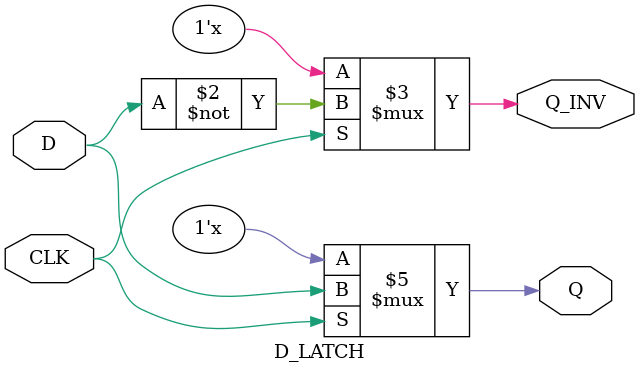
<source format=v>
module D_LATCH(
	input D,
	input CLK,
	output reg Q,
	output reg Q_INV
);


	always@(CLK) begin
			if(CLK)
			 begin
				Q<=D;
				Q_INV<=(~D);
			end
		
	end

endmodule
</source>
